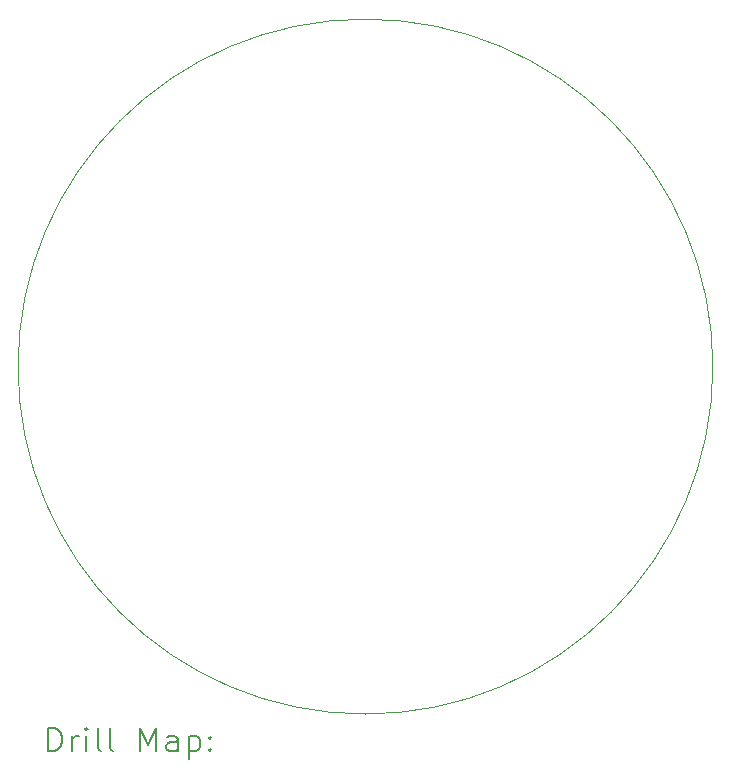
<source format=gbr>
%TF.GenerationSoftware,KiCad,Pcbnew,8.0.6*%
%TF.CreationDate,2025-05-06T14:41:08+02:00*%
%TF.ProjectId,capacitance,63617061-6369-4746-916e-63652e6b6963,rev?*%
%TF.SameCoordinates,Original*%
%TF.FileFunction,Drillmap*%
%TF.FilePolarity,Positive*%
%FSLAX45Y45*%
G04 Gerber Fmt 4.5, Leading zero omitted, Abs format (unit mm)*
G04 Created by KiCad (PCBNEW 8.0.6) date 2025-05-06 14:41:08*
%MOMM*%
%LPD*%
G01*
G04 APERTURE LIST*
%ADD10C,0.100000*%
%ADD11C,0.200000*%
G04 APERTURE END LIST*
D10*
X17291619Y-10520381D02*
G75*
G02*
X11408381Y-10520381I-2941619J0D01*
G01*
X11408381Y-10520381D02*
G75*
G02*
X17291619Y-10520381I2941619J0D01*
G01*
D11*
X11664157Y-13778484D02*
X11664157Y-13578484D01*
X11664157Y-13578484D02*
X11711776Y-13578484D01*
X11711776Y-13578484D02*
X11740348Y-13588008D01*
X11740348Y-13588008D02*
X11759396Y-13607055D01*
X11759396Y-13607055D02*
X11768919Y-13626103D01*
X11768919Y-13626103D02*
X11778443Y-13664198D01*
X11778443Y-13664198D02*
X11778443Y-13692770D01*
X11778443Y-13692770D02*
X11768919Y-13730865D01*
X11768919Y-13730865D02*
X11759396Y-13749912D01*
X11759396Y-13749912D02*
X11740348Y-13768960D01*
X11740348Y-13768960D02*
X11711776Y-13778484D01*
X11711776Y-13778484D02*
X11664157Y-13778484D01*
X11864157Y-13778484D02*
X11864157Y-13645150D01*
X11864157Y-13683246D02*
X11873681Y-13664198D01*
X11873681Y-13664198D02*
X11883205Y-13654674D01*
X11883205Y-13654674D02*
X11902253Y-13645150D01*
X11902253Y-13645150D02*
X11921300Y-13645150D01*
X11987967Y-13778484D02*
X11987967Y-13645150D01*
X11987967Y-13578484D02*
X11978443Y-13588008D01*
X11978443Y-13588008D02*
X11987967Y-13597531D01*
X11987967Y-13597531D02*
X11997491Y-13588008D01*
X11997491Y-13588008D02*
X11987967Y-13578484D01*
X11987967Y-13578484D02*
X11987967Y-13597531D01*
X12111776Y-13778484D02*
X12092729Y-13768960D01*
X12092729Y-13768960D02*
X12083205Y-13749912D01*
X12083205Y-13749912D02*
X12083205Y-13578484D01*
X12216538Y-13778484D02*
X12197491Y-13768960D01*
X12197491Y-13768960D02*
X12187967Y-13749912D01*
X12187967Y-13749912D02*
X12187967Y-13578484D01*
X12445110Y-13778484D02*
X12445110Y-13578484D01*
X12445110Y-13578484D02*
X12511777Y-13721341D01*
X12511777Y-13721341D02*
X12578443Y-13578484D01*
X12578443Y-13578484D02*
X12578443Y-13778484D01*
X12759396Y-13778484D02*
X12759396Y-13673722D01*
X12759396Y-13673722D02*
X12749872Y-13654674D01*
X12749872Y-13654674D02*
X12730824Y-13645150D01*
X12730824Y-13645150D02*
X12692729Y-13645150D01*
X12692729Y-13645150D02*
X12673681Y-13654674D01*
X12759396Y-13768960D02*
X12740348Y-13778484D01*
X12740348Y-13778484D02*
X12692729Y-13778484D01*
X12692729Y-13778484D02*
X12673681Y-13768960D01*
X12673681Y-13768960D02*
X12664157Y-13749912D01*
X12664157Y-13749912D02*
X12664157Y-13730865D01*
X12664157Y-13730865D02*
X12673681Y-13711817D01*
X12673681Y-13711817D02*
X12692729Y-13702293D01*
X12692729Y-13702293D02*
X12740348Y-13702293D01*
X12740348Y-13702293D02*
X12759396Y-13692770D01*
X12854634Y-13645150D02*
X12854634Y-13845150D01*
X12854634Y-13654674D02*
X12873681Y-13645150D01*
X12873681Y-13645150D02*
X12911777Y-13645150D01*
X12911777Y-13645150D02*
X12930824Y-13654674D01*
X12930824Y-13654674D02*
X12940348Y-13664198D01*
X12940348Y-13664198D02*
X12949872Y-13683246D01*
X12949872Y-13683246D02*
X12949872Y-13740389D01*
X12949872Y-13740389D02*
X12940348Y-13759436D01*
X12940348Y-13759436D02*
X12930824Y-13768960D01*
X12930824Y-13768960D02*
X12911777Y-13778484D01*
X12911777Y-13778484D02*
X12873681Y-13778484D01*
X12873681Y-13778484D02*
X12854634Y-13768960D01*
X13035586Y-13759436D02*
X13045110Y-13768960D01*
X13045110Y-13768960D02*
X13035586Y-13778484D01*
X13035586Y-13778484D02*
X13026062Y-13768960D01*
X13026062Y-13768960D02*
X13035586Y-13759436D01*
X13035586Y-13759436D02*
X13035586Y-13778484D01*
X13035586Y-13654674D02*
X13045110Y-13664198D01*
X13045110Y-13664198D02*
X13035586Y-13673722D01*
X13035586Y-13673722D02*
X13026062Y-13664198D01*
X13026062Y-13664198D02*
X13035586Y-13654674D01*
X13035586Y-13654674D02*
X13035586Y-13673722D01*
M02*

</source>
